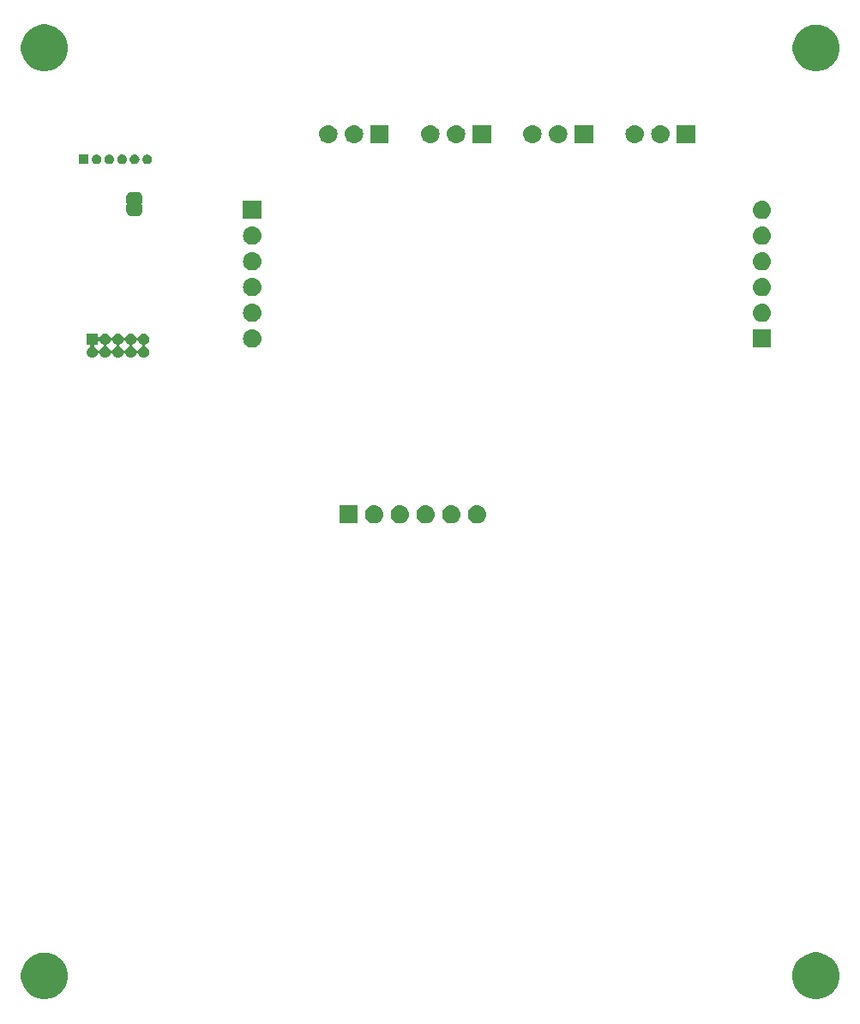
<source format=gbr>
G04 #@! TF.GenerationSoftware,KiCad,Pcbnew,(5.1.2)-2*
G04 #@! TF.CreationDate,2021-08-28T01:11:49-04:00*
G04 #@! TF.ProjectId,MAG_Plus,4d41475f-506c-4757-932e-6b696361645f,rev?*
G04 #@! TF.SameCoordinates,Original*
G04 #@! TF.FileFunction,Soldermask,Bot*
G04 #@! TF.FilePolarity,Negative*
%FSLAX46Y46*%
G04 Gerber Fmt 4.6, Leading zero omitted, Abs format (unit mm)*
G04 Created by KiCad (PCBNEW (5.1.2)-2) date 2021-08-28 01:11:49*
%MOMM*%
%LPD*%
G04 APERTURE LIST*
%ADD10C,0.100000*%
G04 APERTURE END LIST*
D10*
G36*
X39648903Y-233573213D02*
G01*
X39871177Y-233617426D01*
X40289932Y-233790880D01*
X40666802Y-234042696D01*
X40987304Y-234363198D01*
X41239120Y-234740068D01*
X41412574Y-235158823D01*
X41501000Y-235603371D01*
X41501000Y-236056629D01*
X41412574Y-236501177D01*
X41239120Y-236919932D01*
X40987304Y-237296802D01*
X40666802Y-237617304D01*
X40289932Y-237869120D01*
X39871177Y-238042574D01*
X39648903Y-238086787D01*
X39426630Y-238131000D01*
X38973370Y-238131000D01*
X38751097Y-238086787D01*
X38528823Y-238042574D01*
X38110068Y-237869120D01*
X37733198Y-237617304D01*
X37412696Y-237296802D01*
X37160880Y-236919932D01*
X36987426Y-236501177D01*
X36899000Y-236056629D01*
X36899000Y-235603371D01*
X36987426Y-235158823D01*
X37160880Y-234740068D01*
X37412696Y-234363198D01*
X37733198Y-234042696D01*
X38110068Y-233790880D01*
X38528823Y-233617426D01*
X38751097Y-233573213D01*
X38973370Y-233529000D01*
X39426630Y-233529000D01*
X39648903Y-233573213D01*
X39648903Y-233573213D01*
G37*
G36*
X115838903Y-233563213D02*
G01*
X116061177Y-233607426D01*
X116479932Y-233780880D01*
X116856802Y-234032696D01*
X117177304Y-234353198D01*
X117429120Y-234730068D01*
X117602574Y-235148823D01*
X117691000Y-235593371D01*
X117691000Y-236046629D01*
X117602574Y-236491177D01*
X117429120Y-236909932D01*
X117177304Y-237286802D01*
X116856802Y-237607304D01*
X116479932Y-237859120D01*
X116061177Y-238032574D01*
X115838903Y-238076787D01*
X115616630Y-238121000D01*
X115163370Y-238121000D01*
X114941097Y-238076787D01*
X114718823Y-238032574D01*
X114300068Y-237859120D01*
X113923198Y-237607304D01*
X113602696Y-237286802D01*
X113350880Y-236909932D01*
X113177426Y-236491177D01*
X113089000Y-236046629D01*
X113089000Y-235593371D01*
X113177426Y-235148823D01*
X113350880Y-234730068D01*
X113602696Y-234353198D01*
X113923198Y-234032696D01*
X114300068Y-233780880D01*
X114718823Y-233607426D01*
X114941097Y-233563213D01*
X115163370Y-233519000D01*
X115616630Y-233519000D01*
X115838903Y-233563213D01*
X115838903Y-233563213D01*
G37*
G36*
X70131000Y-191171000D02*
G01*
X68329000Y-191171000D01*
X68329000Y-189369000D01*
X70131000Y-189369000D01*
X70131000Y-191171000D01*
X70131000Y-191171000D01*
G37*
G36*
X71880442Y-189375518D02*
G01*
X71946627Y-189382037D01*
X72116466Y-189433557D01*
X72272991Y-189517222D01*
X72308729Y-189546552D01*
X72410186Y-189629814D01*
X72493448Y-189731271D01*
X72522778Y-189767009D01*
X72606443Y-189923534D01*
X72657963Y-190093373D01*
X72675359Y-190270000D01*
X72657963Y-190446627D01*
X72606443Y-190616466D01*
X72522778Y-190772991D01*
X72493448Y-190808729D01*
X72410186Y-190910186D01*
X72308729Y-190993448D01*
X72272991Y-191022778D01*
X72116466Y-191106443D01*
X71946627Y-191157963D01*
X71880442Y-191164482D01*
X71814260Y-191171000D01*
X71725740Y-191171000D01*
X71659558Y-191164482D01*
X71593373Y-191157963D01*
X71423534Y-191106443D01*
X71267009Y-191022778D01*
X71231271Y-190993448D01*
X71129814Y-190910186D01*
X71046552Y-190808729D01*
X71017222Y-190772991D01*
X70933557Y-190616466D01*
X70882037Y-190446627D01*
X70864641Y-190270000D01*
X70882037Y-190093373D01*
X70933557Y-189923534D01*
X71017222Y-189767009D01*
X71046552Y-189731271D01*
X71129814Y-189629814D01*
X71231271Y-189546552D01*
X71267009Y-189517222D01*
X71423534Y-189433557D01*
X71593373Y-189382037D01*
X71659558Y-189375518D01*
X71725740Y-189369000D01*
X71814260Y-189369000D01*
X71880442Y-189375518D01*
X71880442Y-189375518D01*
G37*
G36*
X76960442Y-189375518D02*
G01*
X77026627Y-189382037D01*
X77196466Y-189433557D01*
X77352991Y-189517222D01*
X77388729Y-189546552D01*
X77490186Y-189629814D01*
X77573448Y-189731271D01*
X77602778Y-189767009D01*
X77686443Y-189923534D01*
X77737963Y-190093373D01*
X77755359Y-190270000D01*
X77737963Y-190446627D01*
X77686443Y-190616466D01*
X77602778Y-190772991D01*
X77573448Y-190808729D01*
X77490186Y-190910186D01*
X77388729Y-190993448D01*
X77352991Y-191022778D01*
X77196466Y-191106443D01*
X77026627Y-191157963D01*
X76960442Y-191164482D01*
X76894260Y-191171000D01*
X76805740Y-191171000D01*
X76739558Y-191164482D01*
X76673373Y-191157963D01*
X76503534Y-191106443D01*
X76347009Y-191022778D01*
X76311271Y-190993448D01*
X76209814Y-190910186D01*
X76126552Y-190808729D01*
X76097222Y-190772991D01*
X76013557Y-190616466D01*
X75962037Y-190446627D01*
X75944641Y-190270000D01*
X75962037Y-190093373D01*
X76013557Y-189923534D01*
X76097222Y-189767009D01*
X76126552Y-189731271D01*
X76209814Y-189629814D01*
X76311271Y-189546552D01*
X76347009Y-189517222D01*
X76503534Y-189433557D01*
X76673373Y-189382037D01*
X76739558Y-189375518D01*
X76805740Y-189369000D01*
X76894260Y-189369000D01*
X76960442Y-189375518D01*
X76960442Y-189375518D01*
G37*
G36*
X79500442Y-189375518D02*
G01*
X79566627Y-189382037D01*
X79736466Y-189433557D01*
X79892991Y-189517222D01*
X79928729Y-189546552D01*
X80030186Y-189629814D01*
X80113448Y-189731271D01*
X80142778Y-189767009D01*
X80226443Y-189923534D01*
X80277963Y-190093373D01*
X80295359Y-190270000D01*
X80277963Y-190446627D01*
X80226443Y-190616466D01*
X80142778Y-190772991D01*
X80113448Y-190808729D01*
X80030186Y-190910186D01*
X79928729Y-190993448D01*
X79892991Y-191022778D01*
X79736466Y-191106443D01*
X79566627Y-191157963D01*
X79500442Y-191164482D01*
X79434260Y-191171000D01*
X79345740Y-191171000D01*
X79279558Y-191164482D01*
X79213373Y-191157963D01*
X79043534Y-191106443D01*
X78887009Y-191022778D01*
X78851271Y-190993448D01*
X78749814Y-190910186D01*
X78666552Y-190808729D01*
X78637222Y-190772991D01*
X78553557Y-190616466D01*
X78502037Y-190446627D01*
X78484641Y-190270000D01*
X78502037Y-190093373D01*
X78553557Y-189923534D01*
X78637222Y-189767009D01*
X78666552Y-189731271D01*
X78749814Y-189629814D01*
X78851271Y-189546552D01*
X78887009Y-189517222D01*
X79043534Y-189433557D01*
X79213373Y-189382037D01*
X79279558Y-189375518D01*
X79345740Y-189369000D01*
X79434260Y-189369000D01*
X79500442Y-189375518D01*
X79500442Y-189375518D01*
G37*
G36*
X82040442Y-189375518D02*
G01*
X82106627Y-189382037D01*
X82276466Y-189433557D01*
X82432991Y-189517222D01*
X82468729Y-189546552D01*
X82570186Y-189629814D01*
X82653448Y-189731271D01*
X82682778Y-189767009D01*
X82766443Y-189923534D01*
X82817963Y-190093373D01*
X82835359Y-190270000D01*
X82817963Y-190446627D01*
X82766443Y-190616466D01*
X82682778Y-190772991D01*
X82653448Y-190808729D01*
X82570186Y-190910186D01*
X82468729Y-190993448D01*
X82432991Y-191022778D01*
X82276466Y-191106443D01*
X82106627Y-191157963D01*
X82040442Y-191164482D01*
X81974260Y-191171000D01*
X81885740Y-191171000D01*
X81819558Y-191164482D01*
X81753373Y-191157963D01*
X81583534Y-191106443D01*
X81427009Y-191022778D01*
X81391271Y-190993448D01*
X81289814Y-190910186D01*
X81206552Y-190808729D01*
X81177222Y-190772991D01*
X81093557Y-190616466D01*
X81042037Y-190446627D01*
X81024641Y-190270000D01*
X81042037Y-190093373D01*
X81093557Y-189923534D01*
X81177222Y-189767009D01*
X81206552Y-189731271D01*
X81289814Y-189629814D01*
X81391271Y-189546552D01*
X81427009Y-189517222D01*
X81583534Y-189433557D01*
X81753373Y-189382037D01*
X81819558Y-189375518D01*
X81885740Y-189369000D01*
X81974260Y-189369000D01*
X82040442Y-189375518D01*
X82040442Y-189375518D01*
G37*
G36*
X74420442Y-189375518D02*
G01*
X74486627Y-189382037D01*
X74656466Y-189433557D01*
X74812991Y-189517222D01*
X74848729Y-189546552D01*
X74950186Y-189629814D01*
X75033448Y-189731271D01*
X75062778Y-189767009D01*
X75146443Y-189923534D01*
X75197963Y-190093373D01*
X75215359Y-190270000D01*
X75197963Y-190446627D01*
X75146443Y-190616466D01*
X75062778Y-190772991D01*
X75033448Y-190808729D01*
X74950186Y-190910186D01*
X74848729Y-190993448D01*
X74812991Y-191022778D01*
X74656466Y-191106443D01*
X74486627Y-191157963D01*
X74420442Y-191164482D01*
X74354260Y-191171000D01*
X74265740Y-191171000D01*
X74199558Y-191164482D01*
X74133373Y-191157963D01*
X73963534Y-191106443D01*
X73807009Y-191022778D01*
X73771271Y-190993448D01*
X73669814Y-190910186D01*
X73586552Y-190808729D01*
X73557222Y-190772991D01*
X73473557Y-190616466D01*
X73422037Y-190446627D01*
X73404641Y-190270000D01*
X73422037Y-190093373D01*
X73473557Y-189923534D01*
X73557222Y-189767009D01*
X73586552Y-189731271D01*
X73669814Y-189629814D01*
X73771271Y-189546552D01*
X73807009Y-189517222D01*
X73963534Y-189433557D01*
X74133373Y-189382037D01*
X74199558Y-189375518D01*
X74265740Y-189369000D01*
X74354260Y-189369000D01*
X74420442Y-189375518D01*
X74420442Y-189375518D01*
G37*
G36*
X44491000Y-172657265D02*
G01*
X44493402Y-172681651D01*
X44500515Y-172705100D01*
X44512066Y-172726711D01*
X44527611Y-172745653D01*
X44546553Y-172761198D01*
X44568164Y-172772749D01*
X44591613Y-172779862D01*
X44615999Y-172782264D01*
X44640385Y-172779862D01*
X44663834Y-172772749D01*
X44685445Y-172761198D01*
X44704387Y-172745653D01*
X44719932Y-172726711D01*
X44726233Y-172716198D01*
X44749644Y-172672400D01*
X44818499Y-172588499D01*
X44836734Y-172573534D01*
X44902400Y-172519643D01*
X44970945Y-172483005D01*
X44998121Y-172468479D01*
X45101985Y-172436973D01*
X45182933Y-172429000D01*
X45237067Y-172429000D01*
X45318015Y-172436973D01*
X45421879Y-172468479D01*
X45449055Y-172483005D01*
X45517600Y-172519643D01*
X45601501Y-172588499D01*
X45670357Y-172672400D01*
X45706995Y-172740945D01*
X45721521Y-172768121D01*
X45725388Y-172780869D01*
X45734760Y-172803496D01*
X45748374Y-172823870D01*
X45765701Y-172841197D01*
X45786075Y-172854811D01*
X45808714Y-172864188D01*
X45832747Y-172868969D01*
X45857251Y-172868969D01*
X45881285Y-172864189D01*
X45903924Y-172854812D01*
X45924298Y-172841198D01*
X45941625Y-172823871D01*
X45955239Y-172803497D01*
X45964612Y-172780869D01*
X45968479Y-172768121D01*
X45983005Y-172740945D01*
X46019643Y-172672400D01*
X46088499Y-172588499D01*
X46172400Y-172519643D01*
X46240945Y-172483005D01*
X46268121Y-172468479D01*
X46371985Y-172436973D01*
X46452933Y-172429000D01*
X46507067Y-172429000D01*
X46588015Y-172436973D01*
X46691879Y-172468479D01*
X46719055Y-172483005D01*
X46787600Y-172519643D01*
X46871501Y-172588499D01*
X46940357Y-172672400D01*
X46976995Y-172740945D01*
X46991521Y-172768121D01*
X46995388Y-172780869D01*
X47004760Y-172803496D01*
X47018374Y-172823870D01*
X47035701Y-172841197D01*
X47056075Y-172854811D01*
X47078714Y-172864188D01*
X47102747Y-172868969D01*
X47127251Y-172868969D01*
X47151285Y-172864189D01*
X47173924Y-172854812D01*
X47194298Y-172841198D01*
X47211625Y-172823871D01*
X47225239Y-172803497D01*
X47234612Y-172780869D01*
X47238479Y-172768121D01*
X47253005Y-172740945D01*
X47289643Y-172672400D01*
X47358499Y-172588499D01*
X47442400Y-172519643D01*
X47510945Y-172483005D01*
X47538121Y-172468479D01*
X47641985Y-172436973D01*
X47722933Y-172429000D01*
X47777067Y-172429000D01*
X47858015Y-172436973D01*
X47961879Y-172468479D01*
X47989055Y-172483005D01*
X48057600Y-172519643D01*
X48141501Y-172588499D01*
X48210357Y-172672400D01*
X48246995Y-172740945D01*
X48261521Y-172768121D01*
X48265388Y-172780869D01*
X48274760Y-172803496D01*
X48288374Y-172823870D01*
X48305701Y-172841197D01*
X48326075Y-172854811D01*
X48348714Y-172864188D01*
X48372747Y-172868969D01*
X48397251Y-172868969D01*
X48421285Y-172864189D01*
X48443924Y-172854812D01*
X48464298Y-172841198D01*
X48481625Y-172823871D01*
X48495239Y-172803497D01*
X48504612Y-172780869D01*
X48508479Y-172768121D01*
X48523005Y-172740945D01*
X48559643Y-172672400D01*
X48628499Y-172588499D01*
X48712400Y-172519643D01*
X48780945Y-172483005D01*
X48808121Y-172468479D01*
X48911985Y-172436973D01*
X48992933Y-172429000D01*
X49047067Y-172429000D01*
X49128015Y-172436973D01*
X49231879Y-172468479D01*
X49259055Y-172483005D01*
X49327600Y-172519643D01*
X49411501Y-172588499D01*
X49480357Y-172672400D01*
X49516995Y-172740945D01*
X49531521Y-172768121D01*
X49563027Y-172871985D01*
X49573666Y-172980000D01*
X49563027Y-173088015D01*
X49531521Y-173191879D01*
X49531191Y-173192496D01*
X49480357Y-173287600D01*
X49411501Y-173371501D01*
X49327600Y-173440357D01*
X49259055Y-173476995D01*
X49231879Y-173491521D01*
X49219131Y-173495388D01*
X49196504Y-173504760D01*
X49176130Y-173518374D01*
X49158803Y-173535701D01*
X49145189Y-173556075D01*
X49135812Y-173578714D01*
X49131031Y-173602747D01*
X49131031Y-173627251D01*
X49135811Y-173651285D01*
X49145188Y-173673924D01*
X49158802Y-173694298D01*
X49176129Y-173711625D01*
X49196503Y-173725239D01*
X49219131Y-173734612D01*
X49231879Y-173738479D01*
X49258344Y-173752625D01*
X49327600Y-173789643D01*
X49411501Y-173858499D01*
X49480357Y-173942400D01*
X49516995Y-174010945D01*
X49531521Y-174038121D01*
X49563027Y-174141985D01*
X49573666Y-174250000D01*
X49563027Y-174358015D01*
X49531521Y-174461879D01*
X49531519Y-174461882D01*
X49480357Y-174557600D01*
X49411501Y-174641501D01*
X49327600Y-174710357D01*
X49259055Y-174746995D01*
X49231879Y-174761521D01*
X49128015Y-174793027D01*
X49047067Y-174801000D01*
X48992933Y-174801000D01*
X48911985Y-174793027D01*
X48808121Y-174761521D01*
X48780945Y-174746995D01*
X48712400Y-174710357D01*
X48628499Y-174641501D01*
X48559643Y-174557600D01*
X48508481Y-174461882D01*
X48508479Y-174461879D01*
X48504612Y-174449131D01*
X48495240Y-174426504D01*
X48481626Y-174406130D01*
X48464299Y-174388803D01*
X48443925Y-174375189D01*
X48421286Y-174365812D01*
X48397253Y-174361031D01*
X48372749Y-174361031D01*
X48348715Y-174365811D01*
X48326076Y-174375188D01*
X48305702Y-174388802D01*
X48288375Y-174406129D01*
X48274761Y-174426503D01*
X48265388Y-174449131D01*
X48261521Y-174461879D01*
X48261519Y-174461882D01*
X48210357Y-174557600D01*
X48141501Y-174641501D01*
X48057600Y-174710357D01*
X47989055Y-174746995D01*
X47961879Y-174761521D01*
X47858015Y-174793027D01*
X47777067Y-174801000D01*
X47722933Y-174801000D01*
X47641985Y-174793027D01*
X47538121Y-174761521D01*
X47510945Y-174746995D01*
X47442400Y-174710357D01*
X47358499Y-174641501D01*
X47289643Y-174557600D01*
X47238481Y-174461882D01*
X47238479Y-174461879D01*
X47234612Y-174449131D01*
X47225240Y-174426504D01*
X47211626Y-174406130D01*
X47194299Y-174388803D01*
X47173925Y-174375189D01*
X47151286Y-174365812D01*
X47127253Y-174361031D01*
X47102749Y-174361031D01*
X47078715Y-174365811D01*
X47056076Y-174375188D01*
X47035702Y-174388802D01*
X47018375Y-174406129D01*
X47004761Y-174426503D01*
X46995388Y-174449131D01*
X46991521Y-174461879D01*
X46991519Y-174461882D01*
X46940357Y-174557600D01*
X46871501Y-174641501D01*
X46787600Y-174710357D01*
X46719055Y-174746995D01*
X46691879Y-174761521D01*
X46588015Y-174793027D01*
X46507067Y-174801000D01*
X46452933Y-174801000D01*
X46371985Y-174793027D01*
X46268121Y-174761521D01*
X46240945Y-174746995D01*
X46172400Y-174710357D01*
X46088499Y-174641501D01*
X46019643Y-174557600D01*
X45968481Y-174461882D01*
X45968479Y-174461879D01*
X45964612Y-174449131D01*
X45955240Y-174426504D01*
X45941626Y-174406130D01*
X45924299Y-174388803D01*
X45903925Y-174375189D01*
X45881286Y-174365812D01*
X45857253Y-174361031D01*
X45832749Y-174361031D01*
X45808715Y-174365811D01*
X45786076Y-174375188D01*
X45765702Y-174388802D01*
X45748375Y-174406129D01*
X45734761Y-174426503D01*
X45725388Y-174449131D01*
X45721521Y-174461879D01*
X45721519Y-174461882D01*
X45670357Y-174557600D01*
X45601501Y-174641501D01*
X45517600Y-174710357D01*
X45449055Y-174746995D01*
X45421879Y-174761521D01*
X45318015Y-174793027D01*
X45237067Y-174801000D01*
X45182933Y-174801000D01*
X45101985Y-174793027D01*
X44998121Y-174761521D01*
X44970945Y-174746995D01*
X44902400Y-174710357D01*
X44818499Y-174641501D01*
X44749643Y-174557600D01*
X44698481Y-174461882D01*
X44698479Y-174461879D01*
X44694612Y-174449131D01*
X44685240Y-174426504D01*
X44671626Y-174406130D01*
X44654299Y-174388803D01*
X44633925Y-174375189D01*
X44611286Y-174365812D01*
X44587253Y-174361031D01*
X44562749Y-174361031D01*
X44538715Y-174365811D01*
X44516076Y-174375188D01*
X44495702Y-174388802D01*
X44478375Y-174406129D01*
X44464761Y-174426503D01*
X44455388Y-174449131D01*
X44451521Y-174461879D01*
X44451519Y-174461882D01*
X44400357Y-174557600D01*
X44331501Y-174641501D01*
X44247600Y-174710357D01*
X44179055Y-174746995D01*
X44151879Y-174761521D01*
X44048015Y-174793027D01*
X43967067Y-174801000D01*
X43912933Y-174801000D01*
X43831985Y-174793027D01*
X43728121Y-174761521D01*
X43700945Y-174746995D01*
X43632400Y-174710357D01*
X43548499Y-174641501D01*
X43479643Y-174557600D01*
X43428481Y-174461882D01*
X43428479Y-174461879D01*
X43396973Y-174358015D01*
X43386334Y-174250000D01*
X43396973Y-174141985D01*
X43428479Y-174038121D01*
X43443005Y-174010945D01*
X43479643Y-173942400D01*
X43548499Y-173858499D01*
X43632399Y-173789645D01*
X43632398Y-173789645D01*
X43632400Y-173789644D01*
X43676193Y-173766236D01*
X43696563Y-173752625D01*
X43713890Y-173735298D01*
X43727504Y-173714924D01*
X43736881Y-173692285D01*
X43741662Y-173668252D01*
X43741662Y-173655999D01*
X44137736Y-173655999D01*
X44140138Y-173680385D01*
X44147251Y-173703834D01*
X44158802Y-173725445D01*
X44174347Y-173744387D01*
X44193289Y-173759932D01*
X44203802Y-173766233D01*
X44247600Y-173789644D01*
X44247602Y-173789645D01*
X44247601Y-173789645D01*
X44331501Y-173858499D01*
X44400357Y-173942400D01*
X44436995Y-174010945D01*
X44451521Y-174038121D01*
X44455388Y-174050869D01*
X44464760Y-174073496D01*
X44478374Y-174093870D01*
X44495701Y-174111197D01*
X44516075Y-174124811D01*
X44538714Y-174134188D01*
X44562747Y-174138969D01*
X44587251Y-174138969D01*
X44611285Y-174134189D01*
X44633924Y-174124812D01*
X44654298Y-174111198D01*
X44671625Y-174093871D01*
X44685239Y-174073497D01*
X44694612Y-174050869D01*
X44698479Y-174038121D01*
X44713005Y-174010945D01*
X44749643Y-173942400D01*
X44818499Y-173858499D01*
X44902400Y-173789643D01*
X44971656Y-173752625D01*
X44998121Y-173738479D01*
X45010869Y-173734612D01*
X45033496Y-173725240D01*
X45053870Y-173711626D01*
X45071197Y-173694299D01*
X45084811Y-173673925D01*
X45094188Y-173651286D01*
X45098969Y-173627253D01*
X45098969Y-173602749D01*
X45098969Y-173602747D01*
X45321031Y-173602747D01*
X45321031Y-173627251D01*
X45325811Y-173651285D01*
X45335188Y-173673924D01*
X45348802Y-173694298D01*
X45366129Y-173711625D01*
X45386503Y-173725239D01*
X45409131Y-173734612D01*
X45421879Y-173738479D01*
X45448344Y-173752625D01*
X45517600Y-173789643D01*
X45601501Y-173858499D01*
X45670357Y-173942400D01*
X45706995Y-174010945D01*
X45721521Y-174038121D01*
X45725388Y-174050869D01*
X45734760Y-174073496D01*
X45748374Y-174093870D01*
X45765701Y-174111197D01*
X45786075Y-174124811D01*
X45808714Y-174134188D01*
X45832747Y-174138969D01*
X45857251Y-174138969D01*
X45881285Y-174134189D01*
X45903924Y-174124812D01*
X45924298Y-174111198D01*
X45941625Y-174093871D01*
X45955239Y-174073497D01*
X45964612Y-174050869D01*
X45968479Y-174038121D01*
X45983005Y-174010945D01*
X46019643Y-173942400D01*
X46088499Y-173858499D01*
X46172400Y-173789643D01*
X46241656Y-173752625D01*
X46268121Y-173738479D01*
X46280869Y-173734612D01*
X46303496Y-173725240D01*
X46323870Y-173711626D01*
X46341197Y-173694299D01*
X46354811Y-173673925D01*
X46364188Y-173651286D01*
X46368969Y-173627253D01*
X46368969Y-173602749D01*
X46368969Y-173602747D01*
X46591031Y-173602747D01*
X46591031Y-173627251D01*
X46595811Y-173651285D01*
X46605188Y-173673924D01*
X46618802Y-173694298D01*
X46636129Y-173711625D01*
X46656503Y-173725239D01*
X46679131Y-173734612D01*
X46691879Y-173738479D01*
X46718344Y-173752625D01*
X46787600Y-173789643D01*
X46871501Y-173858499D01*
X46940357Y-173942400D01*
X46976995Y-174010945D01*
X46991521Y-174038121D01*
X46995388Y-174050869D01*
X47004760Y-174073496D01*
X47018374Y-174093870D01*
X47035701Y-174111197D01*
X47056075Y-174124811D01*
X47078714Y-174134188D01*
X47102747Y-174138969D01*
X47127251Y-174138969D01*
X47151285Y-174134189D01*
X47173924Y-174124812D01*
X47194298Y-174111198D01*
X47211625Y-174093871D01*
X47225239Y-174073497D01*
X47234612Y-174050869D01*
X47238479Y-174038121D01*
X47253005Y-174010945D01*
X47289643Y-173942400D01*
X47358499Y-173858499D01*
X47442400Y-173789643D01*
X47511656Y-173752625D01*
X47538121Y-173738479D01*
X47550869Y-173734612D01*
X47573496Y-173725240D01*
X47593870Y-173711626D01*
X47611197Y-173694299D01*
X47624811Y-173673925D01*
X47634188Y-173651286D01*
X47638969Y-173627253D01*
X47638969Y-173602749D01*
X47638969Y-173602747D01*
X47861031Y-173602747D01*
X47861031Y-173627251D01*
X47865811Y-173651285D01*
X47875188Y-173673924D01*
X47888802Y-173694298D01*
X47906129Y-173711625D01*
X47926503Y-173725239D01*
X47949131Y-173734612D01*
X47961879Y-173738479D01*
X47988344Y-173752625D01*
X48057600Y-173789643D01*
X48141501Y-173858499D01*
X48210357Y-173942400D01*
X48246995Y-174010945D01*
X48261521Y-174038121D01*
X48265388Y-174050869D01*
X48274760Y-174073496D01*
X48288374Y-174093870D01*
X48305701Y-174111197D01*
X48326075Y-174124811D01*
X48348714Y-174134188D01*
X48372747Y-174138969D01*
X48397251Y-174138969D01*
X48421285Y-174134189D01*
X48443924Y-174124812D01*
X48464298Y-174111198D01*
X48481625Y-174093871D01*
X48495239Y-174073497D01*
X48504612Y-174050869D01*
X48508479Y-174038121D01*
X48523005Y-174010945D01*
X48559643Y-173942400D01*
X48628499Y-173858499D01*
X48712400Y-173789643D01*
X48781656Y-173752625D01*
X48808121Y-173738479D01*
X48820869Y-173734612D01*
X48843496Y-173725240D01*
X48863870Y-173711626D01*
X48881197Y-173694299D01*
X48894811Y-173673925D01*
X48904188Y-173651286D01*
X48908969Y-173627253D01*
X48908969Y-173602749D01*
X48904189Y-173578715D01*
X48894812Y-173556076D01*
X48881198Y-173535702D01*
X48863871Y-173518375D01*
X48843497Y-173504761D01*
X48820869Y-173495388D01*
X48808121Y-173491521D01*
X48780945Y-173476995D01*
X48712400Y-173440357D01*
X48628499Y-173371501D01*
X48559643Y-173287600D01*
X48508809Y-173192496D01*
X48508479Y-173191879D01*
X48504612Y-173179131D01*
X48495240Y-173156504D01*
X48481626Y-173136130D01*
X48464299Y-173118803D01*
X48443925Y-173105189D01*
X48421286Y-173095812D01*
X48397253Y-173091031D01*
X48372749Y-173091031D01*
X48348715Y-173095811D01*
X48326076Y-173105188D01*
X48305702Y-173118802D01*
X48288375Y-173136129D01*
X48274761Y-173156503D01*
X48265388Y-173179131D01*
X48261521Y-173191879D01*
X48261191Y-173192496D01*
X48210357Y-173287600D01*
X48141501Y-173371501D01*
X48057600Y-173440357D01*
X47989055Y-173476995D01*
X47961879Y-173491521D01*
X47949131Y-173495388D01*
X47926504Y-173504760D01*
X47906130Y-173518374D01*
X47888803Y-173535701D01*
X47875189Y-173556075D01*
X47865812Y-173578714D01*
X47861031Y-173602747D01*
X47638969Y-173602747D01*
X47634189Y-173578715D01*
X47624812Y-173556076D01*
X47611198Y-173535702D01*
X47593871Y-173518375D01*
X47573497Y-173504761D01*
X47550869Y-173495388D01*
X47538121Y-173491521D01*
X47510945Y-173476995D01*
X47442400Y-173440357D01*
X47358499Y-173371501D01*
X47289643Y-173287600D01*
X47238809Y-173192496D01*
X47238479Y-173191879D01*
X47234612Y-173179131D01*
X47225240Y-173156504D01*
X47211626Y-173136130D01*
X47194299Y-173118803D01*
X47173925Y-173105189D01*
X47151286Y-173095812D01*
X47127253Y-173091031D01*
X47102749Y-173091031D01*
X47078715Y-173095811D01*
X47056076Y-173105188D01*
X47035702Y-173118802D01*
X47018375Y-173136129D01*
X47004761Y-173156503D01*
X46995388Y-173179131D01*
X46991521Y-173191879D01*
X46991191Y-173192496D01*
X46940357Y-173287600D01*
X46871501Y-173371501D01*
X46787600Y-173440357D01*
X46719055Y-173476995D01*
X46691879Y-173491521D01*
X46679131Y-173495388D01*
X46656504Y-173504760D01*
X46636130Y-173518374D01*
X46618803Y-173535701D01*
X46605189Y-173556075D01*
X46595812Y-173578714D01*
X46591031Y-173602747D01*
X46368969Y-173602747D01*
X46364189Y-173578715D01*
X46354812Y-173556076D01*
X46341198Y-173535702D01*
X46323871Y-173518375D01*
X46303497Y-173504761D01*
X46280869Y-173495388D01*
X46268121Y-173491521D01*
X46240945Y-173476995D01*
X46172400Y-173440357D01*
X46088499Y-173371501D01*
X46019643Y-173287600D01*
X45968809Y-173192496D01*
X45968479Y-173191879D01*
X45964612Y-173179131D01*
X45955240Y-173156504D01*
X45941626Y-173136130D01*
X45924299Y-173118803D01*
X45903925Y-173105189D01*
X45881286Y-173095812D01*
X45857253Y-173091031D01*
X45832749Y-173091031D01*
X45808715Y-173095811D01*
X45786076Y-173105188D01*
X45765702Y-173118802D01*
X45748375Y-173136129D01*
X45734761Y-173156503D01*
X45725388Y-173179131D01*
X45721521Y-173191879D01*
X45721191Y-173192496D01*
X45670357Y-173287600D01*
X45601501Y-173371501D01*
X45517600Y-173440357D01*
X45449055Y-173476995D01*
X45421879Y-173491521D01*
X45409131Y-173495388D01*
X45386504Y-173504760D01*
X45366130Y-173518374D01*
X45348803Y-173535701D01*
X45335189Y-173556075D01*
X45325812Y-173578714D01*
X45321031Y-173602747D01*
X45098969Y-173602747D01*
X45094189Y-173578715D01*
X45084812Y-173556076D01*
X45071198Y-173535702D01*
X45053871Y-173518375D01*
X45033497Y-173504761D01*
X45010869Y-173495388D01*
X44998121Y-173491521D01*
X44970945Y-173476995D01*
X44902400Y-173440357D01*
X44818499Y-173371501D01*
X44749645Y-173287601D01*
X44749644Y-173287600D01*
X44726236Y-173243807D01*
X44712625Y-173223437D01*
X44695298Y-173206110D01*
X44674924Y-173192496D01*
X44652285Y-173183119D01*
X44628252Y-173178338D01*
X44603748Y-173178338D01*
X44579714Y-173183118D01*
X44557076Y-173192495D01*
X44536701Y-173206109D01*
X44519374Y-173223436D01*
X44505760Y-173243810D01*
X44496383Y-173266449D01*
X44491602Y-173290482D01*
X44491000Y-173302735D01*
X44491000Y-173531000D01*
X44262735Y-173531000D01*
X44238349Y-173533402D01*
X44214900Y-173540515D01*
X44193289Y-173552066D01*
X44174347Y-173567611D01*
X44158802Y-173586553D01*
X44147251Y-173608164D01*
X44140138Y-173631613D01*
X44137736Y-173655999D01*
X43741662Y-173655999D01*
X43741662Y-173643748D01*
X43736882Y-173619714D01*
X43727505Y-173597076D01*
X43713891Y-173576701D01*
X43696564Y-173559374D01*
X43676190Y-173545760D01*
X43653551Y-173536383D01*
X43629518Y-173531602D01*
X43617265Y-173531000D01*
X43389000Y-173531000D01*
X43389000Y-172429000D01*
X44491000Y-172429000D01*
X44491000Y-172657265D01*
X44491000Y-172657265D01*
G37*
G36*
X59830443Y-172025519D02*
G01*
X59896627Y-172032037D01*
X60066466Y-172083557D01*
X60222991Y-172167222D01*
X60258729Y-172196552D01*
X60360186Y-172279814D01*
X60443448Y-172381271D01*
X60472778Y-172417009D01*
X60556443Y-172573534D01*
X60607963Y-172743373D01*
X60625359Y-172920000D01*
X60607963Y-173096627D01*
X60556443Y-173266466D01*
X60472778Y-173422991D01*
X60458526Y-173440357D01*
X60360186Y-173560186D01*
X60258729Y-173643448D01*
X60222991Y-173672778D01*
X60066466Y-173756443D01*
X59896627Y-173807963D01*
X59830443Y-173814481D01*
X59764260Y-173821000D01*
X59675740Y-173821000D01*
X59609557Y-173814481D01*
X59543373Y-173807963D01*
X59373534Y-173756443D01*
X59217009Y-173672778D01*
X59181271Y-173643448D01*
X59079814Y-173560186D01*
X58981474Y-173440357D01*
X58967222Y-173422991D01*
X58883557Y-173266466D01*
X58832037Y-173096627D01*
X58814641Y-172920000D01*
X58832037Y-172743373D01*
X58883557Y-172573534D01*
X58967222Y-172417009D01*
X58996552Y-172381271D01*
X59079814Y-172279814D01*
X59181271Y-172196552D01*
X59217009Y-172167222D01*
X59373534Y-172083557D01*
X59543373Y-172032037D01*
X59609557Y-172025519D01*
X59675740Y-172019000D01*
X59764260Y-172019000D01*
X59830443Y-172025519D01*
X59830443Y-172025519D01*
G37*
G36*
X110961000Y-173811000D02*
G01*
X109159000Y-173811000D01*
X109159000Y-172009000D01*
X110961000Y-172009000D01*
X110961000Y-173811000D01*
X110961000Y-173811000D01*
G37*
G36*
X59830442Y-169485518D02*
G01*
X59896627Y-169492037D01*
X60066466Y-169543557D01*
X60222991Y-169627222D01*
X60258729Y-169656552D01*
X60360186Y-169739814D01*
X60443448Y-169841271D01*
X60472778Y-169877009D01*
X60556443Y-170033534D01*
X60607963Y-170203373D01*
X60625359Y-170380000D01*
X60607963Y-170556627D01*
X60556443Y-170726466D01*
X60472778Y-170882991D01*
X60443448Y-170918729D01*
X60360186Y-171020186D01*
X60258729Y-171103448D01*
X60222991Y-171132778D01*
X60222989Y-171132779D01*
X60085177Y-171206442D01*
X60066466Y-171216443D01*
X59896627Y-171267963D01*
X59830443Y-171274481D01*
X59764260Y-171281000D01*
X59675740Y-171281000D01*
X59609557Y-171274481D01*
X59543373Y-171267963D01*
X59373534Y-171216443D01*
X59354824Y-171206442D01*
X59217011Y-171132779D01*
X59217009Y-171132778D01*
X59181271Y-171103448D01*
X59079814Y-171020186D01*
X58996552Y-170918729D01*
X58967222Y-170882991D01*
X58883557Y-170726466D01*
X58832037Y-170556627D01*
X58814641Y-170380000D01*
X58832037Y-170203373D01*
X58883557Y-170033534D01*
X58967222Y-169877009D01*
X58996552Y-169841271D01*
X59079814Y-169739814D01*
X59181271Y-169656552D01*
X59217009Y-169627222D01*
X59373534Y-169543557D01*
X59543373Y-169492037D01*
X59609558Y-169485518D01*
X59675740Y-169479000D01*
X59764260Y-169479000D01*
X59830442Y-169485518D01*
X59830442Y-169485518D01*
G37*
G36*
X110170442Y-169475518D02*
G01*
X110236627Y-169482037D01*
X110406466Y-169533557D01*
X110406468Y-169533558D01*
X110484728Y-169575389D01*
X110562991Y-169617222D01*
X110598729Y-169646552D01*
X110700186Y-169729814D01*
X110783448Y-169831271D01*
X110812778Y-169867009D01*
X110896443Y-170023534D01*
X110947963Y-170193373D01*
X110965359Y-170370000D01*
X110947963Y-170546627D01*
X110896443Y-170716466D01*
X110812778Y-170872991D01*
X110804571Y-170882991D01*
X110700186Y-171010186D01*
X110598729Y-171093448D01*
X110562991Y-171122778D01*
X110406466Y-171206443D01*
X110236627Y-171257963D01*
X110170442Y-171264482D01*
X110104260Y-171271000D01*
X110015740Y-171271000D01*
X109949558Y-171264482D01*
X109883373Y-171257963D01*
X109713534Y-171206443D01*
X109557009Y-171122778D01*
X109521271Y-171093448D01*
X109419814Y-171010186D01*
X109315429Y-170882991D01*
X109307222Y-170872991D01*
X109223557Y-170716466D01*
X109172037Y-170546627D01*
X109154641Y-170370000D01*
X109172037Y-170193373D01*
X109223557Y-170023534D01*
X109307222Y-169867009D01*
X109336552Y-169831271D01*
X109419814Y-169729814D01*
X109521271Y-169646552D01*
X109557009Y-169617222D01*
X109635272Y-169575389D01*
X109713532Y-169533558D01*
X109713534Y-169533557D01*
X109883373Y-169482037D01*
X109949558Y-169475518D01*
X110015740Y-169469000D01*
X110104260Y-169469000D01*
X110170442Y-169475518D01*
X110170442Y-169475518D01*
G37*
G36*
X59830443Y-166945519D02*
G01*
X59896627Y-166952037D01*
X60066466Y-167003557D01*
X60222991Y-167087222D01*
X60258729Y-167116552D01*
X60360186Y-167199814D01*
X60443448Y-167301271D01*
X60472778Y-167337009D01*
X60556443Y-167493534D01*
X60607963Y-167663373D01*
X60625359Y-167840000D01*
X60607963Y-168016627D01*
X60556443Y-168186466D01*
X60472778Y-168342991D01*
X60443448Y-168378729D01*
X60360186Y-168480186D01*
X60258729Y-168563448D01*
X60222991Y-168592778D01*
X60222989Y-168592779D01*
X60085177Y-168666442D01*
X60066466Y-168676443D01*
X59896627Y-168727963D01*
X59830443Y-168734481D01*
X59764260Y-168741000D01*
X59675740Y-168741000D01*
X59609557Y-168734481D01*
X59543373Y-168727963D01*
X59373534Y-168676443D01*
X59354824Y-168666442D01*
X59217011Y-168592779D01*
X59217009Y-168592778D01*
X59181271Y-168563448D01*
X59079814Y-168480186D01*
X58996552Y-168378729D01*
X58967222Y-168342991D01*
X58883557Y-168186466D01*
X58832037Y-168016627D01*
X58814641Y-167840000D01*
X58832037Y-167663373D01*
X58883557Y-167493534D01*
X58967222Y-167337009D01*
X58996552Y-167301271D01*
X59079814Y-167199814D01*
X59181271Y-167116552D01*
X59217009Y-167087222D01*
X59373534Y-167003557D01*
X59543373Y-166952037D01*
X59609557Y-166945519D01*
X59675740Y-166939000D01*
X59764260Y-166939000D01*
X59830443Y-166945519D01*
X59830443Y-166945519D01*
G37*
G36*
X110170443Y-166935519D02*
G01*
X110236627Y-166942037D01*
X110406466Y-166993557D01*
X110406468Y-166993558D01*
X110484729Y-167035390D01*
X110562991Y-167077222D01*
X110598729Y-167106552D01*
X110700186Y-167189814D01*
X110783448Y-167291271D01*
X110812778Y-167327009D01*
X110896443Y-167483534D01*
X110947963Y-167653373D01*
X110965359Y-167830000D01*
X110947963Y-168006627D01*
X110896443Y-168176466D01*
X110812778Y-168332991D01*
X110804571Y-168342991D01*
X110700186Y-168470186D01*
X110598729Y-168553448D01*
X110562991Y-168582778D01*
X110406466Y-168666443D01*
X110236627Y-168717963D01*
X110170442Y-168724482D01*
X110104260Y-168731000D01*
X110015740Y-168731000D01*
X109949558Y-168724482D01*
X109883373Y-168717963D01*
X109713534Y-168666443D01*
X109557009Y-168582778D01*
X109521271Y-168553448D01*
X109419814Y-168470186D01*
X109315429Y-168342991D01*
X109307222Y-168332991D01*
X109223557Y-168176466D01*
X109172037Y-168006627D01*
X109154641Y-167830000D01*
X109172037Y-167653373D01*
X109223557Y-167483534D01*
X109307222Y-167327009D01*
X109336552Y-167291271D01*
X109419814Y-167189814D01*
X109521271Y-167106552D01*
X109557009Y-167077222D01*
X109635271Y-167035390D01*
X109713532Y-166993558D01*
X109713534Y-166993557D01*
X109883373Y-166942037D01*
X109949557Y-166935519D01*
X110015740Y-166929000D01*
X110104260Y-166929000D01*
X110170443Y-166935519D01*
X110170443Y-166935519D01*
G37*
G36*
X59830442Y-164405518D02*
G01*
X59896627Y-164412037D01*
X60066466Y-164463557D01*
X60222991Y-164547222D01*
X60258729Y-164576552D01*
X60360186Y-164659814D01*
X60443448Y-164761271D01*
X60472778Y-164797009D01*
X60556443Y-164953534D01*
X60607963Y-165123373D01*
X60625359Y-165300000D01*
X60607963Y-165476627D01*
X60556443Y-165646466D01*
X60472778Y-165802991D01*
X60443448Y-165838729D01*
X60360186Y-165940186D01*
X60258729Y-166023448D01*
X60222991Y-166052778D01*
X60222989Y-166052779D01*
X60085177Y-166126442D01*
X60066466Y-166136443D01*
X59896627Y-166187963D01*
X59830442Y-166194482D01*
X59764260Y-166201000D01*
X59675740Y-166201000D01*
X59609558Y-166194482D01*
X59543373Y-166187963D01*
X59373534Y-166136443D01*
X59354824Y-166126442D01*
X59217011Y-166052779D01*
X59217009Y-166052778D01*
X59181271Y-166023448D01*
X59079814Y-165940186D01*
X58996552Y-165838729D01*
X58967222Y-165802991D01*
X58883557Y-165646466D01*
X58832037Y-165476627D01*
X58814641Y-165300000D01*
X58832037Y-165123373D01*
X58883557Y-164953534D01*
X58967222Y-164797009D01*
X58996552Y-164761271D01*
X59079814Y-164659814D01*
X59181271Y-164576552D01*
X59217009Y-164547222D01*
X59373534Y-164463557D01*
X59543373Y-164412037D01*
X59609558Y-164405518D01*
X59675740Y-164399000D01*
X59764260Y-164399000D01*
X59830442Y-164405518D01*
X59830442Y-164405518D01*
G37*
G36*
X110170443Y-164395519D02*
G01*
X110236627Y-164402037D01*
X110406466Y-164453557D01*
X110406468Y-164453558D01*
X110484728Y-164495389D01*
X110562991Y-164537222D01*
X110598729Y-164566552D01*
X110700186Y-164649814D01*
X110783448Y-164751271D01*
X110812778Y-164787009D01*
X110896443Y-164943534D01*
X110947963Y-165113373D01*
X110965359Y-165290000D01*
X110947963Y-165466627D01*
X110896443Y-165636466D01*
X110812778Y-165792991D01*
X110804571Y-165802991D01*
X110700186Y-165930186D01*
X110598729Y-166013448D01*
X110562991Y-166042778D01*
X110406466Y-166126443D01*
X110236627Y-166177963D01*
X110170443Y-166184481D01*
X110104260Y-166191000D01*
X110015740Y-166191000D01*
X109949557Y-166184481D01*
X109883373Y-166177963D01*
X109713534Y-166126443D01*
X109557009Y-166042778D01*
X109521271Y-166013448D01*
X109419814Y-165930186D01*
X109315429Y-165802991D01*
X109307222Y-165792991D01*
X109223557Y-165636466D01*
X109172037Y-165466627D01*
X109154641Y-165290000D01*
X109172037Y-165113373D01*
X109223557Y-164943534D01*
X109307222Y-164787009D01*
X109336552Y-164751271D01*
X109419814Y-164649814D01*
X109521271Y-164566552D01*
X109557009Y-164537222D01*
X109635272Y-164495389D01*
X109713532Y-164453558D01*
X109713534Y-164453557D01*
X109883373Y-164402037D01*
X109949557Y-164395519D01*
X110015740Y-164389000D01*
X110104260Y-164389000D01*
X110170443Y-164395519D01*
X110170443Y-164395519D01*
G37*
G36*
X59830442Y-161865518D02*
G01*
X59896627Y-161872037D01*
X60066466Y-161923557D01*
X60222991Y-162007222D01*
X60258729Y-162036552D01*
X60360186Y-162119814D01*
X60443448Y-162221271D01*
X60472778Y-162257009D01*
X60556443Y-162413534D01*
X60607963Y-162583373D01*
X60625359Y-162760000D01*
X60607963Y-162936627D01*
X60556443Y-163106466D01*
X60472778Y-163262991D01*
X60443448Y-163298729D01*
X60360186Y-163400186D01*
X60258729Y-163483448D01*
X60222991Y-163512778D01*
X60222989Y-163512779D01*
X60085177Y-163586442D01*
X60066466Y-163596443D01*
X59896627Y-163647963D01*
X59830442Y-163654482D01*
X59764260Y-163661000D01*
X59675740Y-163661000D01*
X59609558Y-163654482D01*
X59543373Y-163647963D01*
X59373534Y-163596443D01*
X59354824Y-163586442D01*
X59217011Y-163512779D01*
X59217009Y-163512778D01*
X59181271Y-163483448D01*
X59079814Y-163400186D01*
X58996552Y-163298729D01*
X58967222Y-163262991D01*
X58883557Y-163106466D01*
X58832037Y-162936627D01*
X58814641Y-162760000D01*
X58832037Y-162583373D01*
X58883557Y-162413534D01*
X58967222Y-162257009D01*
X58996552Y-162221271D01*
X59079814Y-162119814D01*
X59181271Y-162036552D01*
X59217009Y-162007222D01*
X59373534Y-161923557D01*
X59543373Y-161872037D01*
X59609558Y-161865518D01*
X59675740Y-161859000D01*
X59764260Y-161859000D01*
X59830442Y-161865518D01*
X59830442Y-161865518D01*
G37*
G36*
X110170443Y-161855519D02*
G01*
X110236627Y-161862037D01*
X110406466Y-161913557D01*
X110406468Y-161913558D01*
X110484729Y-161955390D01*
X110562991Y-161997222D01*
X110598729Y-162026552D01*
X110700186Y-162109814D01*
X110783448Y-162211271D01*
X110812778Y-162247009D01*
X110896443Y-162403534D01*
X110947963Y-162573373D01*
X110965359Y-162750000D01*
X110947963Y-162926627D01*
X110896443Y-163096466D01*
X110812778Y-163252991D01*
X110804571Y-163262991D01*
X110700186Y-163390186D01*
X110598729Y-163473448D01*
X110562991Y-163502778D01*
X110406466Y-163586443D01*
X110236627Y-163637963D01*
X110170443Y-163644481D01*
X110104260Y-163651000D01*
X110015740Y-163651000D01*
X109949557Y-163644481D01*
X109883373Y-163637963D01*
X109713534Y-163586443D01*
X109557009Y-163502778D01*
X109521271Y-163473448D01*
X109419814Y-163390186D01*
X109315429Y-163262991D01*
X109307222Y-163252991D01*
X109223557Y-163096466D01*
X109172037Y-162926627D01*
X109154641Y-162750000D01*
X109172037Y-162573373D01*
X109223557Y-162403534D01*
X109307222Y-162247009D01*
X109336552Y-162211271D01*
X109419814Y-162109814D01*
X109521271Y-162026552D01*
X109557009Y-161997222D01*
X109635271Y-161955390D01*
X109713532Y-161913558D01*
X109713534Y-161913557D01*
X109883373Y-161862037D01*
X109949557Y-161855519D01*
X110015740Y-161849000D01*
X110104260Y-161849000D01*
X110170443Y-161855519D01*
X110170443Y-161855519D01*
G37*
G36*
X60621000Y-161121000D02*
G01*
X58819000Y-161121000D01*
X58819000Y-159319000D01*
X60621000Y-159319000D01*
X60621000Y-161121000D01*
X60621000Y-161121000D01*
G37*
G36*
X110170442Y-159315518D02*
G01*
X110236627Y-159322037D01*
X110406466Y-159373557D01*
X110562991Y-159457222D01*
X110583264Y-159473860D01*
X110700186Y-159569814D01*
X110779352Y-159666280D01*
X110812778Y-159707009D01*
X110896443Y-159863534D01*
X110947963Y-160033373D01*
X110965359Y-160210000D01*
X110947963Y-160386627D01*
X110896443Y-160556466D01*
X110812778Y-160712991D01*
X110783448Y-160748729D01*
X110700186Y-160850186D01*
X110598729Y-160933448D01*
X110562991Y-160962778D01*
X110406466Y-161046443D01*
X110236627Y-161097963D01*
X110170443Y-161104481D01*
X110104260Y-161111000D01*
X110015740Y-161111000D01*
X109949557Y-161104481D01*
X109883373Y-161097963D01*
X109713534Y-161046443D01*
X109557009Y-160962778D01*
X109521271Y-160933448D01*
X109419814Y-160850186D01*
X109336552Y-160748729D01*
X109307222Y-160712991D01*
X109223557Y-160556466D01*
X109172037Y-160386627D01*
X109154641Y-160210000D01*
X109172037Y-160033373D01*
X109223557Y-159863534D01*
X109307222Y-159707009D01*
X109340648Y-159666280D01*
X109419814Y-159569814D01*
X109536736Y-159473860D01*
X109557009Y-159457222D01*
X109713534Y-159373557D01*
X109883373Y-159322037D01*
X109949558Y-159315518D01*
X110015740Y-159309000D01*
X110104260Y-159309000D01*
X110170442Y-159315518D01*
X110170442Y-159315518D01*
G37*
G36*
X48352199Y-158429954D02*
G01*
X48364450Y-158430556D01*
X48382869Y-158430556D01*
X48405149Y-158432750D01*
X48489233Y-158449476D01*
X48510660Y-158455976D01*
X48589858Y-158488780D01*
X48595303Y-158491691D01*
X48595309Y-158491693D01*
X48604169Y-158496429D01*
X48604173Y-158496432D01*
X48609614Y-158499340D01*
X48680899Y-158546971D01*
X48698204Y-158561172D01*
X48758828Y-158621796D01*
X48773029Y-158639101D01*
X48820660Y-158710386D01*
X48823568Y-158715827D01*
X48823571Y-158715831D01*
X48828307Y-158724691D01*
X48828309Y-158724697D01*
X48831220Y-158730142D01*
X48864024Y-158809340D01*
X48870524Y-158830767D01*
X48887250Y-158914851D01*
X48889444Y-158937131D01*
X48889444Y-158955550D01*
X48890046Y-158967801D01*
X48891852Y-158986139D01*
X48891852Y-159473860D01*
X48890263Y-159489999D01*
X48887348Y-159499608D01*
X48882610Y-159508472D01*
X48876237Y-159516237D01*
X48863794Y-159526448D01*
X48853425Y-159533378D01*
X48836098Y-159550705D01*
X48822485Y-159571080D01*
X48813109Y-159593720D01*
X48808329Y-159617753D01*
X48808330Y-159642257D01*
X48813112Y-159666290D01*
X48822490Y-159688929D01*
X48836105Y-159709302D01*
X48853432Y-159726629D01*
X48863802Y-159733558D01*
X48876237Y-159743763D01*
X48882610Y-159751528D01*
X48887348Y-159760392D01*
X48890263Y-159770001D01*
X48891852Y-159786140D01*
X48891852Y-160273861D01*
X48890046Y-160292199D01*
X48889444Y-160304450D01*
X48889444Y-160322869D01*
X48887250Y-160345149D01*
X48870524Y-160429233D01*
X48864024Y-160450660D01*
X48831220Y-160529858D01*
X48828309Y-160535303D01*
X48828307Y-160535309D01*
X48823571Y-160544169D01*
X48823568Y-160544173D01*
X48820660Y-160549614D01*
X48773029Y-160620899D01*
X48758828Y-160638204D01*
X48698204Y-160698828D01*
X48680899Y-160713029D01*
X48609614Y-160760660D01*
X48604173Y-160763568D01*
X48604169Y-160763571D01*
X48595309Y-160768307D01*
X48595303Y-160768309D01*
X48589858Y-160771220D01*
X48510660Y-160804024D01*
X48489233Y-160810524D01*
X48405149Y-160827250D01*
X48382869Y-160829444D01*
X48364450Y-160829444D01*
X48352199Y-160830046D01*
X48333862Y-160831852D01*
X47846138Y-160831852D01*
X47827801Y-160830046D01*
X47815550Y-160829444D01*
X47797131Y-160829444D01*
X47774851Y-160827250D01*
X47690767Y-160810524D01*
X47669340Y-160804024D01*
X47590142Y-160771220D01*
X47584697Y-160768309D01*
X47584691Y-160768307D01*
X47575831Y-160763571D01*
X47575827Y-160763568D01*
X47570386Y-160760660D01*
X47499101Y-160713029D01*
X47481796Y-160698828D01*
X47421172Y-160638204D01*
X47406971Y-160620899D01*
X47359340Y-160549614D01*
X47356432Y-160544173D01*
X47356429Y-160544169D01*
X47351693Y-160535309D01*
X47351691Y-160535303D01*
X47348780Y-160529858D01*
X47315976Y-160450660D01*
X47309476Y-160429233D01*
X47292750Y-160345149D01*
X47290556Y-160322869D01*
X47290556Y-160304450D01*
X47289954Y-160292199D01*
X47288148Y-160273862D01*
X47288148Y-159786140D01*
X47289737Y-159770001D01*
X47292652Y-159760392D01*
X47297390Y-159751528D01*
X47303763Y-159743763D01*
X47316206Y-159733552D01*
X47326575Y-159726622D01*
X47343902Y-159709295D01*
X47357515Y-159688920D01*
X47366891Y-159666280D01*
X47371671Y-159642247D01*
X47371670Y-159617743D01*
X47366888Y-159593710D01*
X47357510Y-159571071D01*
X47343895Y-159550698D01*
X47326568Y-159533371D01*
X47316198Y-159526442D01*
X47303763Y-159516237D01*
X47297390Y-159508472D01*
X47292652Y-159499608D01*
X47289737Y-159489999D01*
X47288148Y-159473860D01*
X47288148Y-158986138D01*
X47289954Y-158967801D01*
X47290556Y-158955550D01*
X47290556Y-158937131D01*
X47292750Y-158914851D01*
X47309476Y-158830767D01*
X47315976Y-158809340D01*
X47348780Y-158730142D01*
X47351691Y-158724697D01*
X47351693Y-158724691D01*
X47356429Y-158715831D01*
X47356432Y-158715827D01*
X47359340Y-158710386D01*
X47406971Y-158639101D01*
X47421172Y-158621796D01*
X47481796Y-158561172D01*
X47499101Y-158546971D01*
X47570386Y-158499340D01*
X47575827Y-158496432D01*
X47575831Y-158496429D01*
X47584691Y-158491693D01*
X47584697Y-158491691D01*
X47590142Y-158488780D01*
X47669340Y-158455976D01*
X47690767Y-158449476D01*
X47774851Y-158432750D01*
X47797131Y-158430556D01*
X47815550Y-158430556D01*
X47827801Y-158429954D01*
X47846139Y-158428148D01*
X48333861Y-158428148D01*
X48352199Y-158429954D01*
X48352199Y-158429954D01*
G37*
G36*
X46998843Y-154762292D02*
G01*
X47049588Y-154783311D01*
X47085470Y-154798174D01*
X47163432Y-154850267D01*
X47229733Y-154916568D01*
X47281826Y-154994530D01*
X47281826Y-154994531D01*
X47317708Y-155081157D01*
X47336000Y-155173117D01*
X47336000Y-155266883D01*
X47317708Y-155358843D01*
X47296689Y-155409588D01*
X47281826Y-155445470D01*
X47229733Y-155523432D01*
X47163432Y-155589733D01*
X47085470Y-155641826D01*
X47049588Y-155656689D01*
X46998843Y-155677708D01*
X46906883Y-155696000D01*
X46813117Y-155696000D01*
X46721157Y-155677708D01*
X46670412Y-155656689D01*
X46634530Y-155641826D01*
X46556568Y-155589733D01*
X46490267Y-155523432D01*
X46438174Y-155445470D01*
X46423311Y-155409588D01*
X46402292Y-155358843D01*
X46384000Y-155266883D01*
X46384000Y-155173117D01*
X46402292Y-155081157D01*
X46438174Y-154994531D01*
X46438174Y-154994530D01*
X46490267Y-154916568D01*
X46556568Y-154850267D01*
X46634530Y-154798174D01*
X46670412Y-154783311D01*
X46721157Y-154762292D01*
X46813117Y-154744000D01*
X46906883Y-154744000D01*
X46998843Y-154762292D01*
X46998843Y-154762292D01*
G37*
G36*
X43586000Y-155696000D02*
G01*
X42634000Y-155696000D01*
X42634000Y-154744000D01*
X43586000Y-154744000D01*
X43586000Y-155696000D01*
X43586000Y-155696000D01*
G37*
G36*
X45748843Y-154762292D02*
G01*
X45799588Y-154783311D01*
X45835470Y-154798174D01*
X45913432Y-154850267D01*
X45979733Y-154916568D01*
X46031826Y-154994530D01*
X46031826Y-154994531D01*
X46067708Y-155081157D01*
X46086000Y-155173117D01*
X46086000Y-155266883D01*
X46067708Y-155358843D01*
X46046689Y-155409588D01*
X46031826Y-155445470D01*
X45979733Y-155523432D01*
X45913432Y-155589733D01*
X45835470Y-155641826D01*
X45799588Y-155656689D01*
X45748843Y-155677708D01*
X45656883Y-155696000D01*
X45563117Y-155696000D01*
X45471157Y-155677708D01*
X45420412Y-155656689D01*
X45384530Y-155641826D01*
X45306568Y-155589733D01*
X45240267Y-155523432D01*
X45188174Y-155445470D01*
X45173311Y-155409588D01*
X45152292Y-155358843D01*
X45134000Y-155266883D01*
X45134000Y-155173117D01*
X45152292Y-155081157D01*
X45188174Y-154994531D01*
X45188174Y-154994530D01*
X45240267Y-154916568D01*
X45306568Y-154850267D01*
X45384530Y-154798174D01*
X45420412Y-154783311D01*
X45471157Y-154762292D01*
X45563117Y-154744000D01*
X45656883Y-154744000D01*
X45748843Y-154762292D01*
X45748843Y-154762292D01*
G37*
G36*
X48248843Y-154762292D02*
G01*
X48299588Y-154783311D01*
X48335470Y-154798174D01*
X48413432Y-154850267D01*
X48479733Y-154916568D01*
X48531826Y-154994530D01*
X48531826Y-154994531D01*
X48567708Y-155081157D01*
X48586000Y-155173117D01*
X48586000Y-155266883D01*
X48567708Y-155358843D01*
X48546689Y-155409588D01*
X48531826Y-155445470D01*
X48479733Y-155523432D01*
X48413432Y-155589733D01*
X48335470Y-155641826D01*
X48299588Y-155656689D01*
X48248843Y-155677708D01*
X48156883Y-155696000D01*
X48063117Y-155696000D01*
X47971157Y-155677708D01*
X47920412Y-155656689D01*
X47884530Y-155641826D01*
X47806568Y-155589733D01*
X47740267Y-155523432D01*
X47688174Y-155445470D01*
X47673311Y-155409588D01*
X47652292Y-155358843D01*
X47634000Y-155266883D01*
X47634000Y-155173117D01*
X47652292Y-155081157D01*
X47688174Y-154994531D01*
X47688174Y-154994530D01*
X47740267Y-154916568D01*
X47806568Y-154850267D01*
X47884530Y-154798174D01*
X47920412Y-154783311D01*
X47971157Y-154762292D01*
X48063117Y-154744000D01*
X48156883Y-154744000D01*
X48248843Y-154762292D01*
X48248843Y-154762292D01*
G37*
G36*
X49498843Y-154762292D02*
G01*
X49549588Y-154783311D01*
X49585470Y-154798174D01*
X49663432Y-154850267D01*
X49729733Y-154916568D01*
X49781826Y-154994530D01*
X49781826Y-154994531D01*
X49817708Y-155081157D01*
X49836000Y-155173117D01*
X49836000Y-155266883D01*
X49817708Y-155358843D01*
X49796689Y-155409588D01*
X49781826Y-155445470D01*
X49729733Y-155523432D01*
X49663432Y-155589733D01*
X49585470Y-155641826D01*
X49549588Y-155656689D01*
X49498843Y-155677708D01*
X49406883Y-155696000D01*
X49313117Y-155696000D01*
X49221157Y-155677708D01*
X49170412Y-155656689D01*
X49134530Y-155641826D01*
X49056568Y-155589733D01*
X48990267Y-155523432D01*
X48938174Y-155445470D01*
X48923311Y-155409588D01*
X48902292Y-155358843D01*
X48884000Y-155266883D01*
X48884000Y-155173117D01*
X48902292Y-155081157D01*
X48938174Y-154994531D01*
X48938174Y-154994530D01*
X48990267Y-154916568D01*
X49056568Y-154850267D01*
X49134530Y-154798174D01*
X49170412Y-154783311D01*
X49221157Y-154762292D01*
X49313117Y-154744000D01*
X49406883Y-154744000D01*
X49498843Y-154762292D01*
X49498843Y-154762292D01*
G37*
G36*
X44498843Y-154762292D02*
G01*
X44549588Y-154783311D01*
X44585470Y-154798174D01*
X44663432Y-154850267D01*
X44729733Y-154916568D01*
X44781826Y-154994530D01*
X44781826Y-154994531D01*
X44817708Y-155081157D01*
X44836000Y-155173117D01*
X44836000Y-155266883D01*
X44817708Y-155358843D01*
X44796689Y-155409588D01*
X44781826Y-155445470D01*
X44729733Y-155523432D01*
X44663432Y-155589733D01*
X44585470Y-155641826D01*
X44549588Y-155656689D01*
X44498843Y-155677708D01*
X44406883Y-155696000D01*
X44313117Y-155696000D01*
X44221157Y-155677708D01*
X44170412Y-155656689D01*
X44134530Y-155641826D01*
X44056568Y-155589733D01*
X43990267Y-155523432D01*
X43938174Y-155445470D01*
X43923311Y-155409588D01*
X43902292Y-155358843D01*
X43884000Y-155266883D01*
X43884000Y-155173117D01*
X43902292Y-155081157D01*
X43938174Y-154994531D01*
X43938174Y-154994530D01*
X43990267Y-154916568D01*
X44056568Y-154850267D01*
X44134530Y-154798174D01*
X44170412Y-154783311D01*
X44221157Y-154762292D01*
X44313117Y-154744000D01*
X44406883Y-154744000D01*
X44498843Y-154762292D01*
X44498843Y-154762292D01*
G37*
G36*
X103471000Y-153641000D02*
G01*
X101669000Y-153641000D01*
X101669000Y-151839000D01*
X103471000Y-151839000D01*
X103471000Y-153641000D01*
X103471000Y-153641000D01*
G37*
G36*
X87510443Y-151845519D02*
G01*
X87576627Y-151852037D01*
X87746466Y-151903557D01*
X87902991Y-151987222D01*
X87938729Y-152016552D01*
X88040186Y-152099814D01*
X88123448Y-152201271D01*
X88152778Y-152237009D01*
X88236443Y-152393534D01*
X88287963Y-152563373D01*
X88305359Y-152740000D01*
X88287963Y-152916627D01*
X88236443Y-153086466D01*
X88152778Y-153242991D01*
X88123448Y-153278729D01*
X88040186Y-153380186D01*
X87938729Y-153463448D01*
X87902991Y-153492778D01*
X87746466Y-153576443D01*
X87576627Y-153627963D01*
X87510443Y-153634481D01*
X87444260Y-153641000D01*
X87355740Y-153641000D01*
X87289557Y-153634481D01*
X87223373Y-153627963D01*
X87053534Y-153576443D01*
X86897009Y-153492778D01*
X86861271Y-153463448D01*
X86759814Y-153380186D01*
X86676552Y-153278729D01*
X86647222Y-153242991D01*
X86563557Y-153086466D01*
X86512037Y-152916627D01*
X86494641Y-152740000D01*
X86512037Y-152563373D01*
X86563557Y-152393534D01*
X86647222Y-152237009D01*
X86676552Y-152201271D01*
X86759814Y-152099814D01*
X86861271Y-152016552D01*
X86897009Y-151987222D01*
X87053534Y-151903557D01*
X87223373Y-151852037D01*
X87289557Y-151845519D01*
X87355740Y-151839000D01*
X87444260Y-151839000D01*
X87510443Y-151845519D01*
X87510443Y-151845519D01*
G37*
G36*
X90050443Y-151845519D02*
G01*
X90116627Y-151852037D01*
X90286466Y-151903557D01*
X90442991Y-151987222D01*
X90478729Y-152016552D01*
X90580186Y-152099814D01*
X90663448Y-152201271D01*
X90692778Y-152237009D01*
X90776443Y-152393534D01*
X90827963Y-152563373D01*
X90845359Y-152740000D01*
X90827963Y-152916627D01*
X90776443Y-153086466D01*
X90692778Y-153242991D01*
X90663448Y-153278729D01*
X90580186Y-153380186D01*
X90478729Y-153463448D01*
X90442991Y-153492778D01*
X90286466Y-153576443D01*
X90116627Y-153627963D01*
X90050443Y-153634481D01*
X89984260Y-153641000D01*
X89895740Y-153641000D01*
X89829557Y-153634481D01*
X89763373Y-153627963D01*
X89593534Y-153576443D01*
X89437009Y-153492778D01*
X89401271Y-153463448D01*
X89299814Y-153380186D01*
X89216552Y-153278729D01*
X89187222Y-153242991D01*
X89103557Y-153086466D01*
X89052037Y-152916627D01*
X89034641Y-152740000D01*
X89052037Y-152563373D01*
X89103557Y-152393534D01*
X89187222Y-152237009D01*
X89216552Y-152201271D01*
X89299814Y-152099814D01*
X89401271Y-152016552D01*
X89437009Y-151987222D01*
X89593534Y-151903557D01*
X89763373Y-151852037D01*
X89829557Y-151845519D01*
X89895740Y-151839000D01*
X89984260Y-151839000D01*
X90050443Y-151845519D01*
X90050443Y-151845519D01*
G37*
G36*
X97600443Y-151845519D02*
G01*
X97666627Y-151852037D01*
X97836466Y-151903557D01*
X97992991Y-151987222D01*
X98028729Y-152016552D01*
X98130186Y-152099814D01*
X98213448Y-152201271D01*
X98242778Y-152237009D01*
X98326443Y-152393534D01*
X98377963Y-152563373D01*
X98395359Y-152740000D01*
X98377963Y-152916627D01*
X98326443Y-153086466D01*
X98242778Y-153242991D01*
X98213448Y-153278729D01*
X98130186Y-153380186D01*
X98028729Y-153463448D01*
X97992991Y-153492778D01*
X97836466Y-153576443D01*
X97666627Y-153627963D01*
X97600443Y-153634481D01*
X97534260Y-153641000D01*
X97445740Y-153641000D01*
X97379557Y-153634481D01*
X97313373Y-153627963D01*
X97143534Y-153576443D01*
X96987009Y-153492778D01*
X96951271Y-153463448D01*
X96849814Y-153380186D01*
X96766552Y-153278729D01*
X96737222Y-153242991D01*
X96653557Y-153086466D01*
X96602037Y-152916627D01*
X96584641Y-152740000D01*
X96602037Y-152563373D01*
X96653557Y-152393534D01*
X96737222Y-152237009D01*
X96766552Y-152201271D01*
X96849814Y-152099814D01*
X96951271Y-152016552D01*
X96987009Y-151987222D01*
X97143534Y-151903557D01*
X97313373Y-151852037D01*
X97379557Y-151845519D01*
X97445740Y-151839000D01*
X97534260Y-151839000D01*
X97600443Y-151845519D01*
X97600443Y-151845519D01*
G37*
G36*
X100140443Y-151845519D02*
G01*
X100206627Y-151852037D01*
X100376466Y-151903557D01*
X100532991Y-151987222D01*
X100568729Y-152016552D01*
X100670186Y-152099814D01*
X100753448Y-152201271D01*
X100782778Y-152237009D01*
X100866443Y-152393534D01*
X100917963Y-152563373D01*
X100935359Y-152740000D01*
X100917963Y-152916627D01*
X100866443Y-153086466D01*
X100782778Y-153242991D01*
X100753448Y-153278729D01*
X100670186Y-153380186D01*
X100568729Y-153463448D01*
X100532991Y-153492778D01*
X100376466Y-153576443D01*
X100206627Y-153627963D01*
X100140443Y-153634481D01*
X100074260Y-153641000D01*
X99985740Y-153641000D01*
X99919557Y-153634481D01*
X99853373Y-153627963D01*
X99683534Y-153576443D01*
X99527009Y-153492778D01*
X99491271Y-153463448D01*
X99389814Y-153380186D01*
X99306552Y-153278729D01*
X99277222Y-153242991D01*
X99193557Y-153086466D01*
X99142037Y-152916627D01*
X99124641Y-152740000D01*
X99142037Y-152563373D01*
X99193557Y-152393534D01*
X99277222Y-152237009D01*
X99306552Y-152201271D01*
X99389814Y-152099814D01*
X99491271Y-152016552D01*
X99527009Y-151987222D01*
X99683534Y-151903557D01*
X99853373Y-151852037D01*
X99919557Y-151845519D01*
X99985740Y-151839000D01*
X100074260Y-151839000D01*
X100140443Y-151845519D01*
X100140443Y-151845519D01*
G37*
G36*
X77430443Y-151845519D02*
G01*
X77496627Y-151852037D01*
X77666466Y-151903557D01*
X77822991Y-151987222D01*
X77858729Y-152016552D01*
X77960186Y-152099814D01*
X78043448Y-152201271D01*
X78072778Y-152237009D01*
X78156443Y-152393534D01*
X78207963Y-152563373D01*
X78225359Y-152740000D01*
X78207963Y-152916627D01*
X78156443Y-153086466D01*
X78072778Y-153242991D01*
X78043448Y-153278729D01*
X77960186Y-153380186D01*
X77858729Y-153463448D01*
X77822991Y-153492778D01*
X77666466Y-153576443D01*
X77496627Y-153627963D01*
X77430443Y-153634481D01*
X77364260Y-153641000D01*
X77275740Y-153641000D01*
X77209557Y-153634481D01*
X77143373Y-153627963D01*
X76973534Y-153576443D01*
X76817009Y-153492778D01*
X76781271Y-153463448D01*
X76679814Y-153380186D01*
X76596552Y-153278729D01*
X76567222Y-153242991D01*
X76483557Y-153086466D01*
X76432037Y-152916627D01*
X76414641Y-152740000D01*
X76432037Y-152563373D01*
X76483557Y-152393534D01*
X76567222Y-152237009D01*
X76596552Y-152201271D01*
X76679814Y-152099814D01*
X76781271Y-152016552D01*
X76817009Y-151987222D01*
X76973534Y-151903557D01*
X77143373Y-151852037D01*
X77209557Y-151845519D01*
X77275740Y-151839000D01*
X77364260Y-151839000D01*
X77430443Y-151845519D01*
X77430443Y-151845519D01*
G37*
G36*
X79970443Y-151845519D02*
G01*
X80036627Y-151852037D01*
X80206466Y-151903557D01*
X80362991Y-151987222D01*
X80398729Y-152016552D01*
X80500186Y-152099814D01*
X80583448Y-152201271D01*
X80612778Y-152237009D01*
X80696443Y-152393534D01*
X80747963Y-152563373D01*
X80765359Y-152740000D01*
X80747963Y-152916627D01*
X80696443Y-153086466D01*
X80612778Y-153242991D01*
X80583448Y-153278729D01*
X80500186Y-153380186D01*
X80398729Y-153463448D01*
X80362991Y-153492778D01*
X80206466Y-153576443D01*
X80036627Y-153627963D01*
X79970443Y-153634481D01*
X79904260Y-153641000D01*
X79815740Y-153641000D01*
X79749557Y-153634481D01*
X79683373Y-153627963D01*
X79513534Y-153576443D01*
X79357009Y-153492778D01*
X79321271Y-153463448D01*
X79219814Y-153380186D01*
X79136552Y-153278729D01*
X79107222Y-153242991D01*
X79023557Y-153086466D01*
X78972037Y-152916627D01*
X78954641Y-152740000D01*
X78972037Y-152563373D01*
X79023557Y-152393534D01*
X79107222Y-152237009D01*
X79136552Y-152201271D01*
X79219814Y-152099814D01*
X79321271Y-152016552D01*
X79357009Y-151987222D01*
X79513534Y-151903557D01*
X79683373Y-151852037D01*
X79749557Y-151845519D01*
X79815740Y-151839000D01*
X79904260Y-151839000D01*
X79970443Y-151845519D01*
X79970443Y-151845519D01*
G37*
G36*
X83301000Y-153641000D02*
G01*
X81499000Y-153641000D01*
X81499000Y-151839000D01*
X83301000Y-151839000D01*
X83301000Y-153641000D01*
X83301000Y-153641000D01*
G37*
G36*
X73221000Y-153641000D02*
G01*
X71419000Y-153641000D01*
X71419000Y-151839000D01*
X73221000Y-151839000D01*
X73221000Y-153641000D01*
X73221000Y-153641000D01*
G37*
G36*
X69890443Y-151845519D02*
G01*
X69956627Y-151852037D01*
X70126466Y-151903557D01*
X70282991Y-151987222D01*
X70318729Y-152016552D01*
X70420186Y-152099814D01*
X70503448Y-152201271D01*
X70532778Y-152237009D01*
X70616443Y-152393534D01*
X70667963Y-152563373D01*
X70685359Y-152740000D01*
X70667963Y-152916627D01*
X70616443Y-153086466D01*
X70532778Y-153242991D01*
X70503448Y-153278729D01*
X70420186Y-153380186D01*
X70318729Y-153463448D01*
X70282991Y-153492778D01*
X70126466Y-153576443D01*
X69956627Y-153627963D01*
X69890443Y-153634481D01*
X69824260Y-153641000D01*
X69735740Y-153641000D01*
X69669557Y-153634481D01*
X69603373Y-153627963D01*
X69433534Y-153576443D01*
X69277009Y-153492778D01*
X69241271Y-153463448D01*
X69139814Y-153380186D01*
X69056552Y-153278729D01*
X69027222Y-153242991D01*
X68943557Y-153086466D01*
X68892037Y-152916627D01*
X68874641Y-152740000D01*
X68892037Y-152563373D01*
X68943557Y-152393534D01*
X69027222Y-152237009D01*
X69056552Y-152201271D01*
X69139814Y-152099814D01*
X69241271Y-152016552D01*
X69277009Y-151987222D01*
X69433534Y-151903557D01*
X69603373Y-151852037D01*
X69669557Y-151845519D01*
X69735740Y-151839000D01*
X69824260Y-151839000D01*
X69890443Y-151845519D01*
X69890443Y-151845519D01*
G37*
G36*
X67350443Y-151845519D02*
G01*
X67416627Y-151852037D01*
X67586466Y-151903557D01*
X67742991Y-151987222D01*
X67778729Y-152016552D01*
X67880186Y-152099814D01*
X67963448Y-152201271D01*
X67992778Y-152237009D01*
X68076443Y-152393534D01*
X68127963Y-152563373D01*
X68145359Y-152740000D01*
X68127963Y-152916627D01*
X68076443Y-153086466D01*
X67992778Y-153242991D01*
X67963448Y-153278729D01*
X67880186Y-153380186D01*
X67778729Y-153463448D01*
X67742991Y-153492778D01*
X67586466Y-153576443D01*
X67416627Y-153627963D01*
X67350443Y-153634481D01*
X67284260Y-153641000D01*
X67195740Y-153641000D01*
X67129557Y-153634481D01*
X67063373Y-153627963D01*
X66893534Y-153576443D01*
X66737009Y-153492778D01*
X66701271Y-153463448D01*
X66599814Y-153380186D01*
X66516552Y-153278729D01*
X66487222Y-153242991D01*
X66403557Y-153086466D01*
X66352037Y-152916627D01*
X66334641Y-152740000D01*
X66352037Y-152563373D01*
X66403557Y-152393534D01*
X66487222Y-152237009D01*
X66516552Y-152201271D01*
X66599814Y-152099814D01*
X66701271Y-152016552D01*
X66737009Y-151987222D01*
X66893534Y-151903557D01*
X67063373Y-151852037D01*
X67129557Y-151845519D01*
X67195740Y-151839000D01*
X67284260Y-151839000D01*
X67350443Y-151845519D01*
X67350443Y-151845519D01*
G37*
G36*
X93381000Y-153641000D02*
G01*
X91579000Y-153641000D01*
X91579000Y-151839000D01*
X93381000Y-151839000D01*
X93381000Y-153641000D01*
X93381000Y-153641000D01*
G37*
G36*
X115848903Y-141963213D02*
G01*
X116071177Y-142007426D01*
X116489932Y-142180880D01*
X116866802Y-142432696D01*
X117187304Y-142753198D01*
X117439120Y-143130068D01*
X117612574Y-143548823D01*
X117701000Y-143993371D01*
X117701000Y-144446629D01*
X117612574Y-144891177D01*
X117439120Y-145309932D01*
X117187304Y-145686802D01*
X116866802Y-146007304D01*
X116489932Y-146259120D01*
X116071177Y-146432574D01*
X115848903Y-146476787D01*
X115626630Y-146521000D01*
X115173370Y-146521000D01*
X114951097Y-146476787D01*
X114728823Y-146432574D01*
X114310068Y-146259120D01*
X113933198Y-146007304D01*
X113612696Y-145686802D01*
X113360880Y-145309932D01*
X113187426Y-144891177D01*
X113099000Y-144446629D01*
X113099000Y-143993371D01*
X113187426Y-143548823D01*
X113360880Y-143130068D01*
X113612696Y-142753198D01*
X113933198Y-142432696D01*
X114310068Y-142180880D01*
X114728823Y-142007426D01*
X114951097Y-141963213D01*
X115173370Y-141919000D01*
X115626630Y-141919000D01*
X115848903Y-141963213D01*
X115848903Y-141963213D01*
G37*
G36*
X39648903Y-141953213D02*
G01*
X39871177Y-141997426D01*
X40289932Y-142170880D01*
X40666802Y-142422696D01*
X40987304Y-142743198D01*
X41239120Y-143120068D01*
X41412574Y-143538823D01*
X41501000Y-143983371D01*
X41501000Y-144436629D01*
X41412574Y-144881177D01*
X41239120Y-145299932D01*
X40987304Y-145676802D01*
X40666802Y-145997304D01*
X40289932Y-146249120D01*
X39871177Y-146422574D01*
X39648903Y-146466787D01*
X39426630Y-146511000D01*
X38973370Y-146511000D01*
X38751097Y-146466787D01*
X38528823Y-146422574D01*
X38110068Y-146249120D01*
X37733198Y-145997304D01*
X37412696Y-145676802D01*
X37160880Y-145299932D01*
X36987426Y-144881177D01*
X36899000Y-144436629D01*
X36899000Y-143983371D01*
X36987426Y-143538823D01*
X37160880Y-143120068D01*
X37412696Y-142743198D01*
X37733198Y-142422696D01*
X38110068Y-142170880D01*
X38528823Y-141997426D01*
X38751097Y-141953213D01*
X38973370Y-141909000D01*
X39426630Y-141909000D01*
X39648903Y-141953213D01*
X39648903Y-141953213D01*
G37*
M02*

</source>
